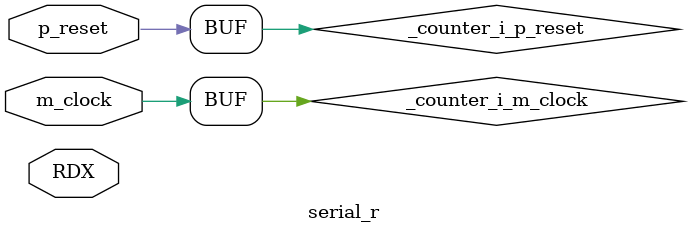
<source format=v>

`timescale	1ns / 1ns
`default_nettype none

/*
 Produced by NSL Core(version=20151214), IP ARCH, Inc. Mon Mar 28 18:23:38 2016
 Licensed to :EVALUATION USER
*/
/*
 DO NOT USE ANY PART OF THIS FILE FOR COMMERCIAL PRODUCTS. 
*/

module counter ( p_reset , m_clock , f , countup , reset );
  input p_reset, m_clock;
  wire p_reset, m_clock;
  output [15:0] f;
  wire [15:0] f;
  input countup;
  wire countup;
  input reset;
  wire reset;
  reg [31:0] cnt;
  reg [15:0] f_r;
  wire _net_0;
  wire _net_1;

   assign  _net_0 = 
// synthesis translate_off
// synopsys translate_off
(countup)? 
// synthesis translate_on
// synopsys translate_on
((countup)?(cnt != 32'b00000000000000000000001010001010):1'b0)
// synthesis translate_off
// synopsys translate_off
:1'bx
// synthesis translate_on
// synopsys translate_on
;
   assign  _net_1 = 
// synthesis translate_off
// synopsys translate_off
(countup)? 
// synthesis translate_on
// synopsys translate_on
((countup)?(cnt==32'b00000000000000000000001010001010):1'b0)
// synthesis translate_off
// synopsys translate_off
:1'bx
// synthesis translate_on
// synopsys translate_on
;
   assign  f = f_r;
always @(posedge m_clock or posedge p_reset)
  begin
if (p_reset)
     cnt <= 32'b00000000000000000000000000000000;
else 
// synthesis translate_off
// synopsys translate_off
if ((((countup&_net_1)&(countup&_net_0))|(((countup&_net_1)|(countup&_net_0))&reset)))   cnt <= 32'bx; 
  else 
// synthesis translate_on
// synopsys translate_on
if ((countup&_net_1))
      cnt <= 32'b00000000000000000000000000000000;
else if ((countup&_net_0))
      cnt <= (cnt+32'b00000000000000000000000000000001);
else if (reset)
      cnt <= 32'b00000000000000000000000000000000;
end

// synthesis translate_off
// synopsys translate_off
always @(posedge m_clock)
  begin
if (((((countup&_net_1)|(countup&_net_0))|reset)==1'b1) ||
 ((((countup&_net_1)|(countup&_net_0))|reset)==1'b0) ) begin
 if ((((countup&_net_1)&(countup&_net_0))|(((countup&_net_1)|(countup&_net_0))&reset)))
 begin $display("Warning: assign collision(counter:cnt) at %d",$time);

  end
 end
 else 
 $display("Warning: register set hazard(counter:cnt) at %d",$time);

  end

// synthesis translate_on
// synopsys translate_on
always @(posedge m_clock or posedge p_reset)
  begin
if (p_reset)
     f_r <= 16'b0000000000000000;
else 
// synthesis translate_off
// synopsys translate_off
if (((countup&_net_1)&reset))   f_r <= 16'bx; 
  else 
// synthesis translate_on
// synopsys translate_on
if ((countup&_net_1))
      f_r <= (f_r+16'b0000000000000001);
else if (reset)
      f_r <= 16'b0000000000000000;
end

// synthesis translate_off
// synopsys translate_off
always @(posedge m_clock)
  begin
if ((((countup&_net_1)|reset)==1'b1) ||
 (((countup&_net_1)|reset)==1'b0) ) begin
 if (((countup&_net_1)&reset))
 begin $display("Warning: assign collision(counter:f_r) at %d",$time);

  end
 end
 else 
 $display("Warning: register set hazard(counter:f_r) at %d",$time);

  end

// synthesis translate_on
// synopsys translate_on
endmodule
/*
 Produced by NSL Core(version=20151214), IP ARCH, Inc. Mon Mar 28 18:23:38 2016
 Licensed to :EVALUATION USER
*/
/*
 Produced by NSL Core(version=20151214), IP ARCH, Inc. Mon Mar 28 18:23:38 2016
 Licensed to :EVALUATION USER
*/
/*
 DO NOT USE ANY PART OF THIS FILE FOR COMMERCIAL PRODUCTS. 
*/

module serial_r ( p_reset , m_clock , RDX );
  input p_reset, m_clock;
  wire p_reset, m_clock;
  input RDX;
  wire RDX;
  reg [7:0] recieved;
  reg [3:0] loop;
  reg receiving;
  reg receive;
  wire [15:0] _counter_i_f;
  wire _counter_i_countup;
  wire _counter_i_reset;
  wire _counter_i_p_reset;
  wire _counter_i_m_clock;
  wire _proc_receive_set;
  wire _proc_receive_reset;
  wire _net_4;
  wire _net_5;
  wire _net_6;
  wire _net_7;
  reg _reg_8;
  reg _reg_9;
  reg _reg_10;
  reg _reg_11;
  reg _reg_12;
  reg _reg_13;
  wire _net_14;
  wire _reg_10_goto;
  wire _reg_11_goin;
  wire _net_15;
  wire _net_16;
  wire _reg_11_goto;
  wire _reg_9_goin;
counter counter_i (.m_clock(m_clock), .p_reset(p_reset), .reset(_counter_i_reset), .countup(_counter_i_countup), .f(_counter_i_f));


// synthesis translate_off
// synopsys translate_off
always @(posedge _counter_i_countup)
  begin
#1 if (_counter_i_countup===1'bx)
 begin
$display("Warning: control hazard(serial_r:_counter_i_countup) at %d",$time);
 end
#1 if (((((_reg_11&receive)&(~_net_16)))===1'bx) || (1'b1)===1'bx) $display("hazard (((_reg_11&receive)&(~_net_16)) || 1'b1) line 75 at %d\n",$time);
#1 if ((((_net_4&_net_6))===1'bx) || (1'b1)===1'bx) $display("hazard ((_net_4&_net_6) || 1'b1) line 54 at %d\n",$time);
 end

// synthesis translate_on
// synopsys translate_on
   assign  _counter_i_countup = ((_reg_11&receive)&(~_net_16))|
    (_net_4&_net_6);

// synthesis translate_off
// synopsys translate_off
always @(posedge _counter_i_reset)
  begin
#1 if (_counter_i_reset===1'bx)
 begin
$display("Warning: control hazard(serial_r:_counter_i_reset) at %d",$time);
 end
#1 if ((((receive&_reg_13))===1'bx) || (1'b1)===1'bx) $display("hazard ((receive&_reg_13) || 1'b1) line 70 at %d\n",$time);
#1 if (((((_reg_10&receive)&_net_15))===1'bx) || (1'b1)===1'bx) $display("hazard (((_reg_10&receive)&_net_15) || 1'b1) line 80 at %d\n",$time);
#1 if ((((_net_4&_net_5))===1'bx) || (1'b1)===1'bx) $display("hazard ((_net_4&_net_5) || 1'b1) line 62 at %d\n",$time);
 end

// synthesis translate_on
// synopsys translate_on
   assign  _counter_i_reset = (receive&_reg_13)|
    ((_reg_10&receive)&_net_15)|
    (_net_4&_net_5);
   assign  _counter_i_p_reset = p_reset;
   assign  _counter_i_m_clock = m_clock;

// synthesis translate_off
// synopsys translate_off
always @(posedge _proc_receive_set)
  begin
#1 if (_proc_receive_set===1'bx)
 begin
$display("Warning: control hazard(serial_r:_proc_receive_set) at %d",$time);
 end
#1 if (((((_net_4&_net_6)&_net_7))===1'bx) || (1'b1)===1'bx) $display("hazard (((_net_4&_net_6)&_net_7) || 1'b1) line 57 at %d\n",$time);
 end

// synthesis translate_on
// synopsys translate_on
   assign  _proc_receive_set = ((_net_4&_net_6)&_net_7);

// synthesis translate_off
// synopsys translate_off
always @(posedge _proc_receive_reset)
  begin
#1 if (_proc_receive_reset===1'bx)
 begin
$display("Warning: control hazard(serial_r:_proc_receive_reset) at %d",$time);
 end
#1 if ((((_reg_8&receive))===1'bx) || (1'b1)===1'bx) $display("hazard ((_reg_8&receive) || 1'b1) line 84 at %d\n",$time);
 end

// synthesis translate_on
// synopsys translate_on
   assign  _proc_receive_reset = (_reg_8&receive);
   assign  _net_4 = (receiving==1'b0);
   assign  _net_5 = 
// synthesis translate_off
// synopsys translate_off
(_net_4)? 
// synthesis translate_on
// synopsys translate_on
((_net_4)?(RDX != 1'b0):1'b0)
// synthesis translate_off
// synopsys translate_off
:1'bx
// synthesis translate_on
// synopsys translate_on
;
   assign  _net_6 = 
// synthesis translate_off
// synopsys translate_off
(_net_4)? 
// synthesis translate_on
// synopsys translate_on
((_net_4)?(RDX==1'b0):1'b0)
// synthesis translate_off
// synopsys translate_off
:1'bx
// synthesis translate_on
// synopsys translate_on
;
   assign  _net_7 = 
// synthesis translate_off
// synopsys translate_off
((_net_4&_net_6))? 
// synthesis translate_on
// synopsys translate_on
(((_net_4&_net_6))?(_counter_i_f==16'b0000000000000011):1'b0)
// synthesis translate_off
// synopsys translate_off
:1'bx
// synthesis translate_on
// synopsys translate_on
;
   assign  _net_14 = 
// synthesis translate_off
// synopsys translate_off
((_reg_10&receive))? 
// synthesis translate_on
// synopsys translate_on
(((_reg_10&receive))?(loop < 4'b1000):1'b0)
// synthesis translate_off
// synopsys translate_off
:1'bx
// synthesis translate_on
// synopsys translate_on
;

// synthesis translate_off
// synopsys translate_off
always @(posedge _reg_10_goto)
  begin
#1 if (_reg_10_goto===1'bx)
 begin
$display("Warning: control hazard(serial_r:_reg_10_goto) at %d",$time);
 end
#1 if (((((_reg_10&receive)&_net_14))===1'bx) || (1'b1)===1'bx) $display("hazard (((_reg_10&receive)&_net_14) || 1'b1) line 82 at %d\n",$time);
 end

// synthesis translate_on
// synopsys translate_on
   assign  _reg_10_goto = ((_reg_10&receive)&_net_14);

// synthesis translate_off
// synopsys translate_off
always @(posedge _reg_11_goin)
  begin
#1 if (_reg_11_goin===1'bx)
 begin
$display("Warning: control hazard(serial_r:_reg_11_goin) at %d",$time);
 end
#1 if (((((_reg_10&receive)&_net_14))===1'bx) || (1'b1)===1'bx) $display("hazard (((_reg_10&receive)&_net_14) || 1'b1) line 82 at %d\n",$time);
 end

// synthesis translate_on
// synopsys translate_on
   assign  _reg_11_goin = ((_reg_10&receive)&_net_14);
   assign  _net_15 = 
// synthesis translate_off
// synopsys translate_off
((_reg_10&receive))? 
// synthesis translate_on
// synopsys translate_on
(((_reg_10&receive))?(_counter_i_f==16'b0000000000001000):1'b0)
// synthesis translate_off
// synopsys translate_off
:1'bx
// synthesis translate_on
// synopsys translate_on
;
   assign  _net_16 = 
// synthesis translate_off
// synopsys translate_off
((_reg_11&receive))? 
// synthesis translate_on
// synopsys translate_on
(((_reg_11&receive))?(~(loop < 4'b1000)):1'b0)
// synthesis translate_off
// synopsys translate_off
:1'bx
// synthesis translate_on
// synopsys translate_on
;

// synthesis translate_off
// synopsys translate_off
always @(posedge _reg_11_goto)
  begin
#1 if (_reg_11_goto===1'bx)
 begin
$display("Warning: control hazard(serial_r:_reg_11_goto) at %d",$time);
 end
#1 if (((((_reg_11&receive)&_net_16))===1'bx) || (1'b1)===1'bx) $display("hazard (((_reg_11&receive)&_net_16) || 1'b1) line 82 at %d\n",$time);
 end

// synthesis translate_on
// synopsys translate_on
   assign  _reg_11_goto = ((_reg_11&receive)&_net_16);

// synthesis translate_off
// synopsys translate_off
always @(posedge _reg_9_goin)
  begin
#1 if (_reg_9_goin===1'bx)
 begin
$display("Warning: control hazard(serial_r:_reg_9_goin) at %d",$time);
 end
#1 if (((((_reg_11&receive)&_net_16))===1'bx) || (1'b1)===1'bx) $display("hazard (((_reg_11&receive)&_net_16) || 1'b1) line 82 at %d\n",$time);
 end

// synthesis translate_on
// synopsys translate_on
   assign  _reg_9_goin = ((_reg_11&receive)&_net_16);
always @(posedge m_clock or posedge p_reset)
  begin
if (p_reset)
     recieved <= 8'b00000000;
else if (((_reg_10&receive)&_net_15))
      recieved <= ((recieved<<1)|({7'b0000000,RDX}));
end
always @(posedge m_clock)
  begin

// synthesis translate_off
// synopsys translate_off
if (((_reg_12&receive)&((_reg_10&receive)&_net_15)))   loop <= 4'bx; 
  else 
// synthesis translate_on
// synopsys translate_on
if ((_reg_12&receive))
      loop <= 4'b0000;
else if (((_reg_10&receive)&_net_15))
      loop <= (loop+4'b0001);
end

// synthesis translate_off
// synopsys translate_off
always @(posedge m_clock)
  begin
if ((((_reg_12&receive)|((_reg_10&receive)&_net_15))==1'b1) ||
 (((_reg_12&receive)|((_reg_10&receive)&_net_15))==1'b0) ) begin
 if (((_reg_12&receive)&((_reg_10&receive)&_net_15)))
 begin $display("Warning: assign collision(serial_r:loop) at %d",$time);

  end
 end
 else 
 $display("Warning: register set hazard(serial_r:loop) at %d",$time);

  end

// synthesis translate_on
// synopsys translate_on
always @(posedge m_clock or posedge p_reset)
  begin
if (p_reset)
     receiving <= 1'b0;
else 
// synthesis translate_off
// synopsys translate_off
if (((_reg_9&receive)&((_net_4&_net_6)&_net_7)))   receiving <= 1'bx; 
  else 
// synthesis translate_on
// synopsys translate_on
if ((_reg_9&receive))
      receiving <= 1'b0;
else if (((_net_4&_net_6)&_net_7))
      receiving <= 1'b1;
end

// synthesis translate_off
// synopsys translate_off
always @(posedge m_clock)
  begin
if ((((_reg_9&receive)|((_net_4&_net_6)&_net_7))==1'b1) ||
 (((_reg_9&receive)|((_net_4&_net_6)&_net_7))==1'b0) ) begin
 if (((_reg_9&receive)&((_net_4&_net_6)&_net_7)))
 begin $display("Warning: assign collision(serial_r:receiving) at %d",$time);

  end
 end
 else 
 $display("Warning: register set hazard(serial_r:receiving) at %d",$time);

  end

// synthesis translate_on
// synopsys translate_on
always @(posedge m_clock or posedge p_reset)
  begin
if (p_reset)
     receive <= 1'b0;
else if ((_proc_receive_set|_proc_receive_reset))
      receive <= _proc_receive_set;
end
always @(posedge m_clock or posedge p_reset)
  begin
if (p_reset)
     _reg_8 <= 1'b0;
else if ((_proc_receive_reset|(_reg_8|_reg_9)))
      _reg_8 <= (_reg_9&(~_proc_receive_reset));
end
always @(posedge m_clock or posedge p_reset)
  begin
if (p_reset)
     _reg_9 <= 1'b0;
else if ((_proc_receive_reset|(((_reg_11&receive)&_net_16)|(_reg_9|_reg_10))))
      _reg_9 <= ((((_reg_11&receive)&_net_16)|(_reg_10&(~_reg_10_goto)))&(~_proc_receive_reset));
end
always @(posedge m_clock or posedge p_reset)
  begin
if (p_reset)
     _reg_10 <= 1'b0;
else if ((_proc_receive_reset|(_reg_10|_reg_11)))
      _reg_10 <= ((_reg_11&(~_reg_11_goto))&(~_proc_receive_reset));
end
always @(posedge m_clock or posedge p_reset)
  begin
if (p_reset)
     _reg_11 <= 1'b0;
else if ((_proc_receive_reset|(((_reg_10&receive)&_net_14)|(_reg_11|_reg_12))))
      _reg_11 <= ((((_reg_10&receive)&_net_14)|_reg_12)&(~_proc_receive_reset));
end
always @(posedge m_clock or posedge p_reset)
  begin
if (p_reset)
     _reg_12 <= 1'b0;
else if ((_proc_receive_reset|(_reg_13|(_reg_12|_reg_13))))
      _reg_12 <= (_reg_13&(~_proc_receive_reset));
end
always @(posedge m_clock or posedge p_reset)
  begin
if (p_reset)
     _reg_13 <= 1'b0;
else if (((_proc_receive_set|_proc_receive_reset)|_reg_13))
      _reg_13 <= _proc_receive_set;
end
endmodule
/*
 Produced by NSL Core(version=20151214), IP ARCH, Inc. Mon Mar 28 18:23:38 2016
 Licensed to :EVALUATION USER
*/
/*
 Produced by NSL Core(version=20151214), IP ARCH, Inc. Mon Mar 28 18:23:38 2016
 Licensed to :EVALUATION USER
*/

// synthesis translate_off
// synopsys translate_off
/*
 DO NOT USE ANY PART OF THIS FILE FOR COMMERCIAL PRODUCTS. 
*/

module top ( p_reset , m_clock );
  input p_reset, m_clock;
  wire p_reset, m_clock;
  reg [7:0] data;
  reg startf;
  reg [3:0] loop;
  reg DXT_r;
  reg start;
  wire _proc_start_set;
  wire _proc_start_reset;
  wire _sr_RDX;
  wire _sr_p_reset;
  wire _sr_m_clock;
  wire [15:0] _counter_i_f;
  wire _counter_i_countup;
  wire _counter_i_reset;
  wire _counter_i_p_reset;
  wire _counter_i_m_clock;
  wire _net_21;
  reg _reg_22;
  reg _reg_23;
  reg _reg_24;
  reg _reg_25;
  reg _reg_26;
  reg _reg_27;
  reg _reg_28;
  reg _reg_29;
  reg _reg_30;
  wire _net_33;
  wire _reg_24_goto;
  wire _reg_25_goin;
  wire _net_34;
  wire _net_35;
  wire _reg_25_goto;
  wire _reg_23_goin;
  wire _net_36;
  wire _reg_29_goto;
  wire _reg_28_goin;
  wire _net_37;
  wire _reg_29_goin;
counter counter_i (.m_clock(m_clock), .p_reset(p_reset), .reset(_counter_i_reset), .countup(_counter_i_countup), .f(_counter_i_f));
serial_r sr (.m_clock(m_clock), .p_reset(p_reset), .RDX(_sr_RDX));

always @(posedge _proc_start_set)
  begin
#1 if (_proc_start_set===1'bx)
 begin
$display("Warning: control hazard(top:_proc_start_set) at %d",$time);
 end
#1 if (((_net_21)===1'bx) || (1'b1)===1'bx) $display("hazard (_net_21 || 1'b1) line 23 at %d\n",$time);
 end
   assign  _proc_start_set = _net_21;
always @(posedge _proc_start_reset)
  begin
#1 if (_proc_start_reset===1'bx)
 begin
$display("Warning: control hazard(top:_proc_start_reset) at %d",$time);
 end
#1 if ((((_reg_22&start))===1'bx) || (1'b1)===1'bx) $display("hazard ((_reg_22&start) || 1'b1) line 51 at %d\n",$time);
 end
   assign  _proc_start_reset = (_reg_22&start);
   assign  _sr_RDX = DXT_r;
   assign  _sr_p_reset = p_reset;
   assign  _sr_m_clock = m_clock;
always @(posedge _counter_i_countup)
  begin
#1 if (_counter_i_countup===1'bx)
 begin
$display("Warning: control hazard(top:_counter_i_countup) at %d",$time);
 end
#1 if (((((_reg_25&start)&(~_net_35)))===1'bx) || (1'b1)===1'bx) $display("hazard (((_reg_25&start)&(~_net_35)) || 1'b1) line 42 at %d\n",$time);
 end
   assign  _counter_i_countup = ((_reg_25&start)&(~_net_35));
always @(posedge _counter_i_reset)
  begin
#1 if (_counter_i_reset===1'bx)
 begin
$display("Warning: control hazard(top:_counter_i_reset) at %d",$time);
 end
#1 if ((((_reg_26&start))===1'bx) || (1'b1)===1'bx) $display("hazard ((_reg_26&start) || 1'b1) line 39 at %d\n",$time);
#1 if (((((_reg_24&start)&_net_34))===1'bx) || (1'b1)===1'bx) $display("hazard (((_reg_24&start)&_net_34) || 1'b1) line 46 at %d\n",$time);
 end
   assign  _counter_i_reset = (_reg_26&start)|
    ((_reg_24&start)&_net_34);
   assign  _counter_i_p_reset = p_reset;
   assign  _counter_i_m_clock = m_clock;
   assign  _net_21 = (startf==1'b0);
always @(posedge m_clock)
  begin
    if((_reg_23&start))
    begin
    $display("FINISH");
    end
  end
always @(posedge m_clock)
  begin
    if((_reg_23&start))
    begin
    $finish;
    end
  end
   assign  _net_33 = ((_reg_24&start))? (((_reg_24&start))?(loop < 4'b1000):1'b0):1'bx;
always @(posedge _reg_24_goto)
  begin
#1 if (_reg_24_goto===1'bx)
 begin
$display("Warning: control hazard(top:_reg_24_goto) at %d",$time);
 end
#1 if (((((_reg_24&start)&_net_33))===1'bx) || (1'b1)===1'bx) $display("hazard (((_reg_24&start)&_net_33) || 1'b1) line 49 at %d\n",$time);
 end
   assign  _reg_24_goto = ((_reg_24&start)&_net_33);
always @(posedge _reg_25_goin)
  begin
#1 if (_reg_25_goin===1'bx)
 begin
$display("Warning: control hazard(top:_reg_25_goin) at %d",$time);
 end
#1 if (((((_reg_24&start)&_net_33))===1'bx) || (1'b1)===1'bx) $display("hazard (((_reg_24&start)&_net_33) || 1'b1) line 49 at %d\n",$time);
 end
   assign  _reg_25_goin = ((_reg_24&start)&_net_33);
   assign  _net_34 = ((_reg_24&start))? (((_reg_24&start))?(_counter_i_f==16'b0000000000001000):1'b0):1'bx;
   assign  _net_35 = ((_reg_25&start))? (((_reg_25&start))?(~(loop < 4'b1000)):1'b0):1'bx;
always @(posedge _reg_25_goto)
  begin
#1 if (_reg_25_goto===1'bx)
 begin
$display("Warning: control hazard(top:_reg_25_goto) at %d",$time);
 end
#1 if (((((_reg_25&start)&_net_35))===1'bx) || (1'b1)===1'bx) $display("hazard (((_reg_25&start)&_net_35) || 1'b1) line 49 at %d\n",$time);
 end
   assign  _reg_25_goto = ((_reg_25&start)&_net_35);
always @(posedge _reg_23_goin)
  begin
#1 if (_reg_23_goin===1'bx)
 begin
$display("Warning: control hazard(top:_reg_23_goin) at %d",$time);
 end
#1 if (((((_reg_25&start)&_net_35))===1'bx) || (1'b1)===1'bx) $display("hazard (((_reg_25&start)&_net_35) || 1'b1) line 49 at %d\n",$time);
 end
   assign  _reg_23_goin = ((_reg_25&start)&_net_35);
   assign  _net_36 = ((_reg_29&start))? (((_reg_29&start))?(~(loop < 4'b0011)):1'b0):1'bx;
always @(posedge _reg_29_goto)
  begin
#1 if (_reg_29_goto===1'bx)
 begin
$display("Warning: control hazard(top:_reg_29_goto) at %d",$time);
 end
#1 if ((((((_reg_29&start)&(~_net_36))&_net_37))===1'bx) || (1'b1)===1'bx) $display("hazard ((((_reg_29&start)&(~_net_36))&_net_37) || 1'b1) line 31 at %d\n",$time);
#1 if (((((_reg_29&start)&_net_36))===1'bx) || (1'b1)===1'bx) $display("hazard (((_reg_29&start)&_net_36) || 1'b1) line 31 at %d\n",$time);
 end
   assign  _reg_29_goto = (((_reg_29&start)&(~_net_36))&_net_37)|
    ((_reg_29&start)&_net_36);
always @(posedge _reg_28_goin)
  begin
#1 if (_reg_28_goin===1'bx)
 begin
$display("Warning: control hazard(top:_reg_28_goin) at %d",$time);
 end
#1 if (((((_reg_29&start)&_net_36))===1'bx) || (1'b1)===1'bx) $display("hazard (((_reg_29&start)&_net_36) || 1'b1) line 31 at %d\n",$time);
 end
   assign  _reg_28_goin = ((_reg_29&start)&_net_36);
   assign  _net_37 = (((_reg_29&start)&(~_net_36)))? ((((_reg_29&start)&(~_net_36)))?(loop < 4'b0011):1'b0):1'bx;
always @(posedge _reg_29_goin)
  begin
#1 if (_reg_29_goin===1'bx)
 begin
$display("Warning: control hazard(top:_reg_29_goin) at %d",$time);
 end
#1 if ((((((_reg_29&start)&(~_net_36))&_net_37))===1'bx) || (1'b1)===1'bx) $display("hazard ((((_reg_29&start)&(~_net_36))&_net_37) || 1'b1) line 31 at %d\n",$time);
 end
   assign  _reg_29_goin = (((_reg_29&start)&(~_net_36))&_net_37);
always @(posedge m_clock)
  begin
if (_net_21)
      data <= 8'b11110000;
end
always @(posedge m_clock or posedge p_reset)
  begin
if (p_reset)
     startf <= 1'b0;
else if (_net_21)
      startf <= 1'b1;
end
always @(posedge m_clock)
  begin
if (((((start&_reg_30)&((_reg_29&start)&(~_net_36)))|(((start&_reg_30)|((_reg_29&start)&(~_net_36)))&(_reg_27&start)))|((((start&_reg_30)|((_reg_29&start)&(~_net_36)))|(_reg_27&start))&((_reg_24&start)&_net_34))))   loop <= 4'bx; 
  else if ((start&_reg_30))
      loop <= 4'b0000;
else if (((_reg_29&start)&(~_net_36)))
      loop <= (loop+4'b0001);
else if ((_reg_27&start))
      loop <= 4'b0000;
else if (((_reg_24&start)&_net_34))
      loop <= (loop+4'b0001);
end
always @(posedge m_clock)
  begin
if ((((((start&_reg_30)|((_reg_29&start)&(~_net_36)))|(_reg_27&start))|((_reg_24&start)&_net_34))==1'b1) ||
 (((((start&_reg_30)|((_reg_29&start)&(~_net_36)))|(_reg_27&start))|((_reg_24&start)&_net_34))==1'b0) ) begin
 if (((((start&_reg_30)&((_reg_29&start)&(~_net_36)))|(((start&_reg_30)|((_reg_29&start)&(~_net_36)))&(_reg_27&start)))|((((start&_reg_30)|((_reg_29&start)&(~_net_36)))|(_reg_27&start))&((_reg_24&start)&_net_34))))
 begin $display("Warning: assign collision(top:loop) at %d",$time);

  end
 end
 else 
 $display("Warning: register set hazard(top:loop) at %d",$time);

  end
always @(posedge m_clock or posedge p_reset)
  begin
if (p_reset)
     DXT_r <= 1'b1;
else if (((_reg_28&start)&((_reg_24&start)&_net_34)))   DXT_r <= 1'bx; 
  else if ((_reg_28&start))
      DXT_r <= 1'b0;
else if (((_reg_24&start)&_net_34))
      DXT_r <= (data[loop]);
end
always @(posedge m_clock)
  begin
if ((((_reg_28&start)|((_reg_24&start)&_net_34))==1'b1) ||
 (((_reg_28&start)|((_reg_24&start)&_net_34))==1'b0) ) begin
 if (((_reg_28&start)&((_reg_24&start)&_net_34)))
 begin $display("Warning: assign collision(top:DXT_r) at %d",$time);

  end
 end
 else 
 $display("Warning: register set hazard(top:DXT_r) at %d",$time);

  end
always @(posedge m_clock or posedge p_reset)
  begin
if (p_reset)
     start <= 1'b0;
else if ((_proc_start_set|_proc_start_reset))
      start <= _proc_start_set;
end
always @(posedge m_clock or posedge p_reset)
  begin
if (p_reset)
     _reg_22 <= 1'b0;
else if ((_proc_start_reset|(_reg_22|_reg_23)))
      _reg_22 <= (_reg_23&(~_proc_start_reset));
end
always @(posedge m_clock or posedge p_reset)
  begin
if (p_reset)
     _reg_23 <= 1'b0;
else if ((_proc_start_reset|(((_reg_25&start)&_net_35)|(_reg_23|_reg_24))))
      _reg_23 <= ((((_reg_25&start)&_net_35)|(_reg_24&(~_reg_24_goto)))&(~_proc_start_reset));
end
always @(posedge m_clock or posedge p_reset)
  begin
if (p_reset)
     _reg_24 <= 1'b0;
else if ((_proc_start_reset|(_reg_24|_reg_25)))
      _reg_24 <= ((_reg_25&(~_reg_25_goto))&(~_proc_start_reset));
end
always @(posedge m_clock or posedge p_reset)
  begin
if (p_reset)
     _reg_25 <= 1'b0;
else if ((_proc_start_reset|(((_reg_24&start)&_net_33)|(_reg_25|_reg_26))))
      _reg_25 <= ((((_reg_24&start)&_net_33)|_reg_26)&(~_proc_start_reset));
end
always @(posedge m_clock or posedge p_reset)
  begin
if (p_reset)
     _reg_26 <= 1'b0;
else if ((_proc_start_reset|(_reg_26|_reg_27)))
      _reg_26 <= (_reg_27&(~_proc_start_reset));
end
always @(posedge m_clock or posedge p_reset)
  begin
if (p_reset)
     _reg_27 <= 1'b0;
else if ((_proc_start_reset|(_reg_27|_reg_28)))
      _reg_27 <= (_reg_28&(~_proc_start_reset));
end
always @(posedge m_clock or posedge p_reset)
  begin
if (p_reset)
     _reg_28 <= 1'b0;
else if ((_proc_start_reset|(((_reg_29&start)&_net_36)|(_reg_28|_reg_29))))
      _reg_28 <= ((((_reg_29&start)&_net_36)|(_reg_29&(~_reg_29_goto)))&(~_proc_start_reset));
end
always @(posedge m_clock or posedge p_reset)
  begin
if (p_reset)
     _reg_29 <= 1'b0;
else if ((_proc_start_reset|(((((_reg_29&start)&(~_net_36))&_net_37)|_reg_30)|(_reg_29|_reg_30))))
      _reg_29 <= ((((((_reg_29&start)&(~_net_36))&_net_37)|_reg_30)|_reg_30)&(~_proc_start_reset));
end
always @(posedge m_clock or posedge p_reset)
  begin
if (p_reset)
     _reg_30 <= 1'b0;
else if (((_proc_start_set|_proc_start_reset)|_reg_30))
      _reg_30 <= _proc_start_set;
end
endmodule

// synthesis translate_on
// synopsys translate_on
/*
 Produced by NSL Core(version=20151214), IP ARCH, Inc. Mon Mar 28 18:23:38 2016
 Licensed to :EVALUATION USER
*/
/*
 Produced by NSL Core(version=20151214), IP ARCH, Inc. Mon Mar 28 18:23:38 2016
 Licensed to :EVALUATION USER:
*/

//synthesis translate_off
/*
 DO NOT USE ANY PART OF THIS FILE FOR COMMERCIAL PRODUCTS. 
*/
module tb;
	parameter tCYC=2;
	parameter tPD=(tCYC/10);

	reg p_reset;
	reg m_clock;

	top top_instance(
		.p_reset(p_reset),
		.m_clock(m_clock)
	);

	initial forever #(tCYC/2) m_clock = ~m_clock;

	initial begin
		$dumpfile("top.vcd");
		$dumpvars(0,top_instance);
	end

	initial begin
		#(tPD)
			p_reset = 1;
			m_clock = 0;
		#(tCYC)
			p_reset = 0;
	end

endmodule

//synthesis translate_on

</source>
